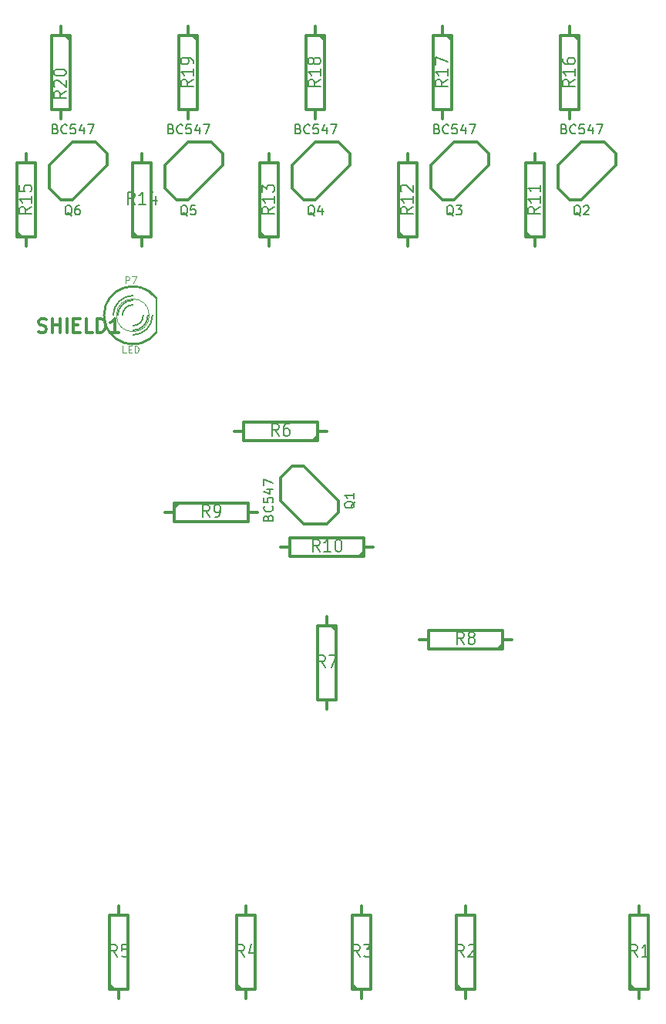
<source format=gto>
G04 (created by PCBNEW (2013-jul-07)-stable) date Fr 13 Feb 2015 15:01:28 CET*
%MOIN*%
G04 Gerber Fmt 3.4, Leading zero omitted, Abs format*
%FSLAX34Y34*%
G01*
G70*
G90*
G04 APERTURE LIST*
%ADD10C,0.00590551*%
%ADD11C,0.012*%
%ADD12C,0.008*%
%ADD13C,0.003*%
%ADD14C,0.01*%
%ADD15C,0.006*%
%ADD16C,0.0035*%
G04 APERTURE END LIST*
G54D10*
G54D11*
X74500Y-68000D02*
X73000Y-66500D01*
X73000Y-66500D02*
X72500Y-66500D01*
X72500Y-66500D02*
X72000Y-67000D01*
X72000Y-67000D02*
X72000Y-68000D01*
X72000Y-68000D02*
X73000Y-69000D01*
X73000Y-69000D02*
X74000Y-69000D01*
X74000Y-69000D02*
X74500Y-68500D01*
X74500Y-68500D02*
X74500Y-68000D01*
X63000Y-55000D02*
X64500Y-53500D01*
X64500Y-53500D02*
X64500Y-53000D01*
X64500Y-53000D02*
X64000Y-52500D01*
X64000Y-52500D02*
X63000Y-52500D01*
X63000Y-52500D02*
X62000Y-53500D01*
X62000Y-53500D02*
X62000Y-54500D01*
X62000Y-54500D02*
X62500Y-55000D01*
X62500Y-55000D02*
X63000Y-55000D01*
X68000Y-55000D02*
X69500Y-53500D01*
X69500Y-53500D02*
X69500Y-53000D01*
X69500Y-53000D02*
X69000Y-52500D01*
X69000Y-52500D02*
X68000Y-52500D01*
X68000Y-52500D02*
X67000Y-53500D01*
X67000Y-53500D02*
X67000Y-54500D01*
X67000Y-54500D02*
X67500Y-55000D01*
X67500Y-55000D02*
X68000Y-55000D01*
X73500Y-55000D02*
X75000Y-53500D01*
X75000Y-53500D02*
X75000Y-53000D01*
X75000Y-53000D02*
X74500Y-52500D01*
X74500Y-52500D02*
X73500Y-52500D01*
X73500Y-52500D02*
X72500Y-53500D01*
X72500Y-53500D02*
X72500Y-54500D01*
X72500Y-54500D02*
X73000Y-55000D01*
X73000Y-55000D02*
X73500Y-55000D01*
X79500Y-55000D02*
X81000Y-53500D01*
X81000Y-53500D02*
X81000Y-53000D01*
X81000Y-53000D02*
X80500Y-52500D01*
X80500Y-52500D02*
X79500Y-52500D01*
X79500Y-52500D02*
X78500Y-53500D01*
X78500Y-53500D02*
X78500Y-54500D01*
X78500Y-54500D02*
X79000Y-55000D01*
X79000Y-55000D02*
X79500Y-55000D01*
X85000Y-55000D02*
X86500Y-53500D01*
X86500Y-53500D02*
X86500Y-53000D01*
X86500Y-53000D02*
X86000Y-52500D01*
X86000Y-52500D02*
X85000Y-52500D01*
X85000Y-52500D02*
X84000Y-53500D01*
X84000Y-53500D02*
X84000Y-54500D01*
X84000Y-54500D02*
X84500Y-55000D01*
X84500Y-55000D02*
X85000Y-55000D01*
X66000Y-57000D02*
X66000Y-56600D01*
X66000Y-56600D02*
X65600Y-56600D01*
X65600Y-56600D02*
X65600Y-53400D01*
X65600Y-53400D02*
X66400Y-53400D01*
X66400Y-53400D02*
X66400Y-56600D01*
X66400Y-56600D02*
X66000Y-56600D01*
X65800Y-56600D02*
X65600Y-56400D01*
X66000Y-53000D02*
X66000Y-53400D01*
X65000Y-89500D02*
X65000Y-89100D01*
X65000Y-89100D02*
X64600Y-89100D01*
X64600Y-89100D02*
X64600Y-85900D01*
X64600Y-85900D02*
X65400Y-85900D01*
X65400Y-85900D02*
X65400Y-89100D01*
X65400Y-89100D02*
X65000Y-89100D01*
X64800Y-89100D02*
X64600Y-88900D01*
X65000Y-85500D02*
X65000Y-85900D01*
X74000Y-73000D02*
X74000Y-73400D01*
X74000Y-73400D02*
X74400Y-73400D01*
X74400Y-73400D02*
X74400Y-76600D01*
X74400Y-76600D02*
X73600Y-76600D01*
X73600Y-76600D02*
X73600Y-73400D01*
X73600Y-73400D02*
X74000Y-73400D01*
X74200Y-73400D02*
X74400Y-73600D01*
X74000Y-77000D02*
X74000Y-76600D01*
X82000Y-74000D02*
X81600Y-74000D01*
X81600Y-74000D02*
X81600Y-74400D01*
X81600Y-74400D02*
X78400Y-74400D01*
X78400Y-74400D02*
X78400Y-73600D01*
X78400Y-73600D02*
X81600Y-73600D01*
X81600Y-73600D02*
X81600Y-74000D01*
X81600Y-74200D02*
X81400Y-74400D01*
X78000Y-74000D02*
X78400Y-74000D01*
X76000Y-70000D02*
X75600Y-70000D01*
X75600Y-70000D02*
X75600Y-70400D01*
X75600Y-70400D02*
X72400Y-70400D01*
X72400Y-70400D02*
X72400Y-69600D01*
X72400Y-69600D02*
X75600Y-69600D01*
X75600Y-69600D02*
X75600Y-70000D01*
X75600Y-70200D02*
X75400Y-70400D01*
X72000Y-70000D02*
X72400Y-70000D01*
X61000Y-57000D02*
X61000Y-56600D01*
X61000Y-56600D02*
X60600Y-56600D01*
X60600Y-56600D02*
X60600Y-53400D01*
X60600Y-53400D02*
X61400Y-53400D01*
X61400Y-53400D02*
X61400Y-56600D01*
X61400Y-56600D02*
X61000Y-56600D01*
X60800Y-56600D02*
X60600Y-56400D01*
X61000Y-53000D02*
X61000Y-53400D01*
X80000Y-89500D02*
X80000Y-89100D01*
X80000Y-89100D02*
X79600Y-89100D01*
X79600Y-89100D02*
X79600Y-85900D01*
X79600Y-85900D02*
X80400Y-85900D01*
X80400Y-85900D02*
X80400Y-89100D01*
X80400Y-89100D02*
X80000Y-89100D01*
X79800Y-89100D02*
X79600Y-88900D01*
X80000Y-85500D02*
X80000Y-85900D01*
X71500Y-57000D02*
X71500Y-56600D01*
X71500Y-56600D02*
X71100Y-56600D01*
X71100Y-56600D02*
X71100Y-53400D01*
X71100Y-53400D02*
X71900Y-53400D01*
X71900Y-53400D02*
X71900Y-56600D01*
X71900Y-56600D02*
X71500Y-56600D01*
X71300Y-56600D02*
X71100Y-56400D01*
X71500Y-53000D02*
X71500Y-53400D01*
X77500Y-57000D02*
X77500Y-56600D01*
X77500Y-56600D02*
X77100Y-56600D01*
X77100Y-56600D02*
X77100Y-53400D01*
X77100Y-53400D02*
X77900Y-53400D01*
X77900Y-53400D02*
X77900Y-56600D01*
X77900Y-56600D02*
X77500Y-56600D01*
X77300Y-56600D02*
X77100Y-56400D01*
X77500Y-53000D02*
X77500Y-53400D01*
X83000Y-57000D02*
X83000Y-56600D01*
X83000Y-56600D02*
X82600Y-56600D01*
X82600Y-56600D02*
X82600Y-53400D01*
X82600Y-53400D02*
X83400Y-53400D01*
X83400Y-53400D02*
X83400Y-56600D01*
X83400Y-56600D02*
X83000Y-56600D01*
X82800Y-56600D02*
X82600Y-56400D01*
X83000Y-53000D02*
X83000Y-53400D01*
X74000Y-65000D02*
X73600Y-65000D01*
X73600Y-65000D02*
X73600Y-65400D01*
X73600Y-65400D02*
X70400Y-65400D01*
X70400Y-65400D02*
X70400Y-64600D01*
X70400Y-64600D02*
X73600Y-64600D01*
X73600Y-64600D02*
X73600Y-65000D01*
X73600Y-65200D02*
X73400Y-65400D01*
X70000Y-65000D02*
X70400Y-65000D01*
X84500Y-47500D02*
X84500Y-47900D01*
X84500Y-47900D02*
X84900Y-47900D01*
X84900Y-47900D02*
X84900Y-51100D01*
X84900Y-51100D02*
X84100Y-51100D01*
X84100Y-51100D02*
X84100Y-47900D01*
X84100Y-47900D02*
X84500Y-47900D01*
X84700Y-47900D02*
X84900Y-48100D01*
X84500Y-51500D02*
X84500Y-51100D01*
X79000Y-47500D02*
X79000Y-47900D01*
X79000Y-47900D02*
X79400Y-47900D01*
X79400Y-47900D02*
X79400Y-51100D01*
X79400Y-51100D02*
X78600Y-51100D01*
X78600Y-51100D02*
X78600Y-47900D01*
X78600Y-47900D02*
X79000Y-47900D01*
X79200Y-47900D02*
X79400Y-48100D01*
X79000Y-51500D02*
X79000Y-51100D01*
X73500Y-47500D02*
X73500Y-47900D01*
X73500Y-47900D02*
X73900Y-47900D01*
X73900Y-47900D02*
X73900Y-51100D01*
X73900Y-51100D02*
X73100Y-51100D01*
X73100Y-51100D02*
X73100Y-47900D01*
X73100Y-47900D02*
X73500Y-47900D01*
X73700Y-47900D02*
X73900Y-48100D01*
X73500Y-51500D02*
X73500Y-51100D01*
X68000Y-47500D02*
X68000Y-47900D01*
X68000Y-47900D02*
X68400Y-47900D01*
X68400Y-47900D02*
X68400Y-51100D01*
X68400Y-51100D02*
X67600Y-51100D01*
X67600Y-51100D02*
X67600Y-47900D01*
X67600Y-47900D02*
X68000Y-47900D01*
X68200Y-47900D02*
X68400Y-48100D01*
X68000Y-51500D02*
X68000Y-51100D01*
X62500Y-47500D02*
X62500Y-47900D01*
X62500Y-47900D02*
X62900Y-47900D01*
X62900Y-47900D02*
X62900Y-51100D01*
X62900Y-51100D02*
X62100Y-51100D01*
X62100Y-51100D02*
X62100Y-47900D01*
X62100Y-47900D02*
X62500Y-47900D01*
X62700Y-47900D02*
X62900Y-48100D01*
X62500Y-51500D02*
X62500Y-51100D01*
X67000Y-68500D02*
X67400Y-68500D01*
X67400Y-68500D02*
X67400Y-68100D01*
X67400Y-68100D02*
X70600Y-68100D01*
X70600Y-68100D02*
X70600Y-68900D01*
X70600Y-68900D02*
X67400Y-68900D01*
X67400Y-68900D02*
X67400Y-68500D01*
X67400Y-68300D02*
X67600Y-68100D01*
X71000Y-68500D02*
X70600Y-68500D01*
X75500Y-89500D02*
X75500Y-89100D01*
X75500Y-89100D02*
X75100Y-89100D01*
X75100Y-89100D02*
X75100Y-85900D01*
X75100Y-85900D02*
X75900Y-85900D01*
X75900Y-85900D02*
X75900Y-89100D01*
X75900Y-89100D02*
X75500Y-89100D01*
X75300Y-89100D02*
X75100Y-88900D01*
X75500Y-85500D02*
X75500Y-85900D01*
X70500Y-89500D02*
X70500Y-89100D01*
X70500Y-89100D02*
X70100Y-89100D01*
X70100Y-89100D02*
X70100Y-85900D01*
X70100Y-85900D02*
X70900Y-85900D01*
X70900Y-85900D02*
X70900Y-89100D01*
X70900Y-89100D02*
X70500Y-89100D01*
X70300Y-89100D02*
X70100Y-88900D01*
X70500Y-85500D02*
X70500Y-85900D01*
X87500Y-89500D02*
X87500Y-89100D01*
X87500Y-89100D02*
X87100Y-89100D01*
X87100Y-89100D02*
X87100Y-85900D01*
X87100Y-85900D02*
X87900Y-85900D01*
X87900Y-85900D02*
X87900Y-89100D01*
X87900Y-89100D02*
X87500Y-89100D01*
X87300Y-89100D02*
X87100Y-88900D01*
X87500Y-85500D02*
X87500Y-85900D01*
G54D12*
X66620Y-60750D02*
X66620Y-59250D01*
G54D13*
X66307Y-60000D02*
G75*
G03X66307Y-60000I-707J0D01*
G74*
G01*
G54D14*
X66599Y-59249D02*
G75*
G03X66599Y-60750I-999J-750D01*
G74*
G01*
G54D15*
X65600Y-59550D02*
G75*
G03X65150Y-60000I0J-450D01*
G74*
G01*
X65600Y-60450D02*
G75*
G03X66050Y-60000I0J450D01*
G74*
G01*
X65600Y-59350D02*
G75*
G03X64950Y-60000I0J-650D01*
G74*
G01*
X65600Y-60650D02*
G75*
G03X66250Y-60000I0J650D01*
G74*
G01*
X65600Y-59150D02*
G75*
G03X64750Y-60000I0J-850D01*
G74*
G01*
X65600Y-60850D02*
G75*
G03X66450Y-60000I0J850D01*
G74*
G01*
G54D12*
X75200Y-68038D02*
X75180Y-68076D01*
X75142Y-68114D01*
X75085Y-68171D01*
X75066Y-68209D01*
X75066Y-68247D01*
X75161Y-68228D02*
X75142Y-68266D01*
X75104Y-68304D01*
X75028Y-68323D01*
X74895Y-68323D01*
X74819Y-68304D01*
X74780Y-68266D01*
X74761Y-68228D01*
X74761Y-68152D01*
X74780Y-68114D01*
X74819Y-68076D01*
X74895Y-68057D01*
X75028Y-68057D01*
X75104Y-68076D01*
X75142Y-68114D01*
X75161Y-68152D01*
X75161Y-68228D01*
X75161Y-67676D02*
X75161Y-67904D01*
X75161Y-67790D02*
X74761Y-67790D01*
X74819Y-67828D01*
X74857Y-67866D01*
X74876Y-67904D01*
X71452Y-68742D02*
X71471Y-68685D01*
X71490Y-68666D01*
X71528Y-68647D01*
X71585Y-68647D01*
X71623Y-68666D01*
X71642Y-68685D01*
X71661Y-68723D01*
X71661Y-68876D01*
X71261Y-68876D01*
X71261Y-68742D01*
X71280Y-68704D01*
X71300Y-68685D01*
X71338Y-68666D01*
X71376Y-68666D01*
X71414Y-68685D01*
X71433Y-68704D01*
X71452Y-68742D01*
X71452Y-68876D01*
X71623Y-68247D02*
X71642Y-68266D01*
X71661Y-68323D01*
X71661Y-68361D01*
X71642Y-68419D01*
X71604Y-68457D01*
X71566Y-68476D01*
X71490Y-68495D01*
X71433Y-68495D01*
X71357Y-68476D01*
X71319Y-68457D01*
X71280Y-68419D01*
X71261Y-68361D01*
X71261Y-68323D01*
X71280Y-68266D01*
X71300Y-68247D01*
X71261Y-67885D02*
X71261Y-68076D01*
X71452Y-68095D01*
X71433Y-68076D01*
X71414Y-68038D01*
X71414Y-67942D01*
X71433Y-67904D01*
X71452Y-67885D01*
X71490Y-67866D01*
X71585Y-67866D01*
X71623Y-67885D01*
X71642Y-67904D01*
X71661Y-67942D01*
X71661Y-68038D01*
X71642Y-68076D01*
X71623Y-68095D01*
X71395Y-67523D02*
X71661Y-67523D01*
X71242Y-67619D02*
X71528Y-67714D01*
X71528Y-67466D01*
X71261Y-67352D02*
X71261Y-67085D01*
X71661Y-67257D01*
X62961Y-55700D02*
X62923Y-55680D01*
X62885Y-55642D01*
X62828Y-55585D01*
X62790Y-55566D01*
X62752Y-55566D01*
X62771Y-55661D02*
X62733Y-55642D01*
X62695Y-55604D01*
X62676Y-55528D01*
X62676Y-55395D01*
X62695Y-55319D01*
X62733Y-55280D01*
X62771Y-55261D01*
X62847Y-55261D01*
X62885Y-55280D01*
X62923Y-55319D01*
X62942Y-55395D01*
X62942Y-55528D01*
X62923Y-55604D01*
X62885Y-55642D01*
X62847Y-55661D01*
X62771Y-55661D01*
X63285Y-55261D02*
X63209Y-55261D01*
X63171Y-55280D01*
X63152Y-55300D01*
X63114Y-55357D01*
X63095Y-55433D01*
X63095Y-55585D01*
X63114Y-55623D01*
X63133Y-55642D01*
X63171Y-55661D01*
X63247Y-55661D01*
X63285Y-55642D01*
X63304Y-55623D01*
X63323Y-55585D01*
X63323Y-55490D01*
X63304Y-55452D01*
X63285Y-55433D01*
X63247Y-55414D01*
X63171Y-55414D01*
X63133Y-55433D01*
X63114Y-55452D01*
X63095Y-55490D01*
X62257Y-51952D02*
X62314Y-51971D01*
X62333Y-51990D01*
X62352Y-52028D01*
X62352Y-52085D01*
X62333Y-52123D01*
X62314Y-52142D01*
X62276Y-52161D01*
X62123Y-52161D01*
X62123Y-51761D01*
X62257Y-51761D01*
X62295Y-51780D01*
X62314Y-51800D01*
X62333Y-51838D01*
X62333Y-51876D01*
X62314Y-51914D01*
X62295Y-51933D01*
X62257Y-51952D01*
X62123Y-51952D01*
X62752Y-52123D02*
X62733Y-52142D01*
X62676Y-52161D01*
X62638Y-52161D01*
X62580Y-52142D01*
X62542Y-52104D01*
X62523Y-52066D01*
X62504Y-51990D01*
X62504Y-51933D01*
X62523Y-51857D01*
X62542Y-51819D01*
X62580Y-51780D01*
X62638Y-51761D01*
X62676Y-51761D01*
X62733Y-51780D01*
X62752Y-51800D01*
X63114Y-51761D02*
X62923Y-51761D01*
X62904Y-51952D01*
X62923Y-51933D01*
X62961Y-51914D01*
X63057Y-51914D01*
X63095Y-51933D01*
X63114Y-51952D01*
X63133Y-51990D01*
X63133Y-52085D01*
X63114Y-52123D01*
X63095Y-52142D01*
X63057Y-52161D01*
X62961Y-52161D01*
X62923Y-52142D01*
X62904Y-52123D01*
X63476Y-51895D02*
X63476Y-52161D01*
X63380Y-51742D02*
X63285Y-52028D01*
X63533Y-52028D01*
X63647Y-51761D02*
X63914Y-51761D01*
X63742Y-52161D01*
X67961Y-55700D02*
X67923Y-55680D01*
X67885Y-55642D01*
X67828Y-55585D01*
X67790Y-55566D01*
X67752Y-55566D01*
X67771Y-55661D02*
X67733Y-55642D01*
X67695Y-55604D01*
X67676Y-55528D01*
X67676Y-55395D01*
X67695Y-55319D01*
X67733Y-55280D01*
X67771Y-55261D01*
X67847Y-55261D01*
X67885Y-55280D01*
X67923Y-55319D01*
X67942Y-55395D01*
X67942Y-55528D01*
X67923Y-55604D01*
X67885Y-55642D01*
X67847Y-55661D01*
X67771Y-55661D01*
X68304Y-55261D02*
X68114Y-55261D01*
X68095Y-55452D01*
X68114Y-55433D01*
X68152Y-55414D01*
X68247Y-55414D01*
X68285Y-55433D01*
X68304Y-55452D01*
X68323Y-55490D01*
X68323Y-55585D01*
X68304Y-55623D01*
X68285Y-55642D01*
X68247Y-55661D01*
X68152Y-55661D01*
X68114Y-55642D01*
X68095Y-55623D01*
X67257Y-51952D02*
X67314Y-51971D01*
X67333Y-51990D01*
X67352Y-52028D01*
X67352Y-52085D01*
X67333Y-52123D01*
X67314Y-52142D01*
X67276Y-52161D01*
X67123Y-52161D01*
X67123Y-51761D01*
X67257Y-51761D01*
X67295Y-51780D01*
X67314Y-51800D01*
X67333Y-51838D01*
X67333Y-51876D01*
X67314Y-51914D01*
X67295Y-51933D01*
X67257Y-51952D01*
X67123Y-51952D01*
X67752Y-52123D02*
X67733Y-52142D01*
X67676Y-52161D01*
X67638Y-52161D01*
X67580Y-52142D01*
X67542Y-52104D01*
X67523Y-52066D01*
X67504Y-51990D01*
X67504Y-51933D01*
X67523Y-51857D01*
X67542Y-51819D01*
X67580Y-51780D01*
X67638Y-51761D01*
X67676Y-51761D01*
X67733Y-51780D01*
X67752Y-51800D01*
X68114Y-51761D02*
X67923Y-51761D01*
X67904Y-51952D01*
X67923Y-51933D01*
X67961Y-51914D01*
X68057Y-51914D01*
X68095Y-51933D01*
X68114Y-51952D01*
X68133Y-51990D01*
X68133Y-52085D01*
X68114Y-52123D01*
X68095Y-52142D01*
X68057Y-52161D01*
X67961Y-52161D01*
X67923Y-52142D01*
X67904Y-52123D01*
X68476Y-51895D02*
X68476Y-52161D01*
X68380Y-51742D02*
X68285Y-52028D01*
X68533Y-52028D01*
X68647Y-51761D02*
X68914Y-51761D01*
X68742Y-52161D01*
X73461Y-55700D02*
X73423Y-55680D01*
X73385Y-55642D01*
X73328Y-55585D01*
X73290Y-55566D01*
X73252Y-55566D01*
X73271Y-55661D02*
X73233Y-55642D01*
X73195Y-55604D01*
X73176Y-55528D01*
X73176Y-55395D01*
X73195Y-55319D01*
X73233Y-55280D01*
X73271Y-55261D01*
X73347Y-55261D01*
X73385Y-55280D01*
X73423Y-55319D01*
X73442Y-55395D01*
X73442Y-55528D01*
X73423Y-55604D01*
X73385Y-55642D01*
X73347Y-55661D01*
X73271Y-55661D01*
X73785Y-55395D02*
X73785Y-55661D01*
X73690Y-55242D02*
X73595Y-55528D01*
X73842Y-55528D01*
X72757Y-51952D02*
X72814Y-51971D01*
X72833Y-51990D01*
X72852Y-52028D01*
X72852Y-52085D01*
X72833Y-52123D01*
X72814Y-52142D01*
X72776Y-52161D01*
X72623Y-52161D01*
X72623Y-51761D01*
X72757Y-51761D01*
X72795Y-51780D01*
X72814Y-51800D01*
X72833Y-51838D01*
X72833Y-51876D01*
X72814Y-51914D01*
X72795Y-51933D01*
X72757Y-51952D01*
X72623Y-51952D01*
X73252Y-52123D02*
X73233Y-52142D01*
X73176Y-52161D01*
X73138Y-52161D01*
X73080Y-52142D01*
X73042Y-52104D01*
X73023Y-52066D01*
X73004Y-51990D01*
X73004Y-51933D01*
X73023Y-51857D01*
X73042Y-51819D01*
X73080Y-51780D01*
X73138Y-51761D01*
X73176Y-51761D01*
X73233Y-51780D01*
X73252Y-51800D01*
X73614Y-51761D02*
X73423Y-51761D01*
X73404Y-51952D01*
X73423Y-51933D01*
X73461Y-51914D01*
X73557Y-51914D01*
X73595Y-51933D01*
X73614Y-51952D01*
X73633Y-51990D01*
X73633Y-52085D01*
X73614Y-52123D01*
X73595Y-52142D01*
X73557Y-52161D01*
X73461Y-52161D01*
X73423Y-52142D01*
X73404Y-52123D01*
X73976Y-51895D02*
X73976Y-52161D01*
X73880Y-51742D02*
X73785Y-52028D01*
X74033Y-52028D01*
X74147Y-51761D02*
X74414Y-51761D01*
X74242Y-52161D01*
X79461Y-55700D02*
X79423Y-55680D01*
X79385Y-55642D01*
X79328Y-55585D01*
X79290Y-55566D01*
X79252Y-55566D01*
X79271Y-55661D02*
X79233Y-55642D01*
X79195Y-55604D01*
X79176Y-55528D01*
X79176Y-55395D01*
X79195Y-55319D01*
X79233Y-55280D01*
X79271Y-55261D01*
X79347Y-55261D01*
X79385Y-55280D01*
X79423Y-55319D01*
X79442Y-55395D01*
X79442Y-55528D01*
X79423Y-55604D01*
X79385Y-55642D01*
X79347Y-55661D01*
X79271Y-55661D01*
X79576Y-55261D02*
X79823Y-55261D01*
X79690Y-55414D01*
X79747Y-55414D01*
X79785Y-55433D01*
X79804Y-55452D01*
X79823Y-55490D01*
X79823Y-55585D01*
X79804Y-55623D01*
X79785Y-55642D01*
X79747Y-55661D01*
X79633Y-55661D01*
X79595Y-55642D01*
X79576Y-55623D01*
X78757Y-51952D02*
X78814Y-51971D01*
X78833Y-51990D01*
X78852Y-52028D01*
X78852Y-52085D01*
X78833Y-52123D01*
X78814Y-52142D01*
X78776Y-52161D01*
X78623Y-52161D01*
X78623Y-51761D01*
X78757Y-51761D01*
X78795Y-51780D01*
X78814Y-51800D01*
X78833Y-51838D01*
X78833Y-51876D01*
X78814Y-51914D01*
X78795Y-51933D01*
X78757Y-51952D01*
X78623Y-51952D01*
X79252Y-52123D02*
X79233Y-52142D01*
X79176Y-52161D01*
X79138Y-52161D01*
X79080Y-52142D01*
X79042Y-52104D01*
X79023Y-52066D01*
X79004Y-51990D01*
X79004Y-51933D01*
X79023Y-51857D01*
X79042Y-51819D01*
X79080Y-51780D01*
X79138Y-51761D01*
X79176Y-51761D01*
X79233Y-51780D01*
X79252Y-51800D01*
X79614Y-51761D02*
X79423Y-51761D01*
X79404Y-51952D01*
X79423Y-51933D01*
X79461Y-51914D01*
X79557Y-51914D01*
X79595Y-51933D01*
X79614Y-51952D01*
X79633Y-51990D01*
X79633Y-52085D01*
X79614Y-52123D01*
X79595Y-52142D01*
X79557Y-52161D01*
X79461Y-52161D01*
X79423Y-52142D01*
X79404Y-52123D01*
X79976Y-51895D02*
X79976Y-52161D01*
X79880Y-51742D02*
X79785Y-52028D01*
X80033Y-52028D01*
X80147Y-51761D02*
X80414Y-51761D01*
X80242Y-52161D01*
X84961Y-55700D02*
X84923Y-55680D01*
X84885Y-55642D01*
X84828Y-55585D01*
X84790Y-55566D01*
X84752Y-55566D01*
X84771Y-55661D02*
X84733Y-55642D01*
X84695Y-55604D01*
X84676Y-55528D01*
X84676Y-55395D01*
X84695Y-55319D01*
X84733Y-55280D01*
X84771Y-55261D01*
X84847Y-55261D01*
X84885Y-55280D01*
X84923Y-55319D01*
X84942Y-55395D01*
X84942Y-55528D01*
X84923Y-55604D01*
X84885Y-55642D01*
X84847Y-55661D01*
X84771Y-55661D01*
X85095Y-55300D02*
X85114Y-55280D01*
X85152Y-55261D01*
X85247Y-55261D01*
X85285Y-55280D01*
X85304Y-55300D01*
X85323Y-55338D01*
X85323Y-55376D01*
X85304Y-55433D01*
X85076Y-55661D01*
X85323Y-55661D01*
X84257Y-51952D02*
X84314Y-51971D01*
X84333Y-51990D01*
X84352Y-52028D01*
X84352Y-52085D01*
X84333Y-52123D01*
X84314Y-52142D01*
X84276Y-52161D01*
X84123Y-52161D01*
X84123Y-51761D01*
X84257Y-51761D01*
X84295Y-51780D01*
X84314Y-51800D01*
X84333Y-51838D01*
X84333Y-51876D01*
X84314Y-51914D01*
X84295Y-51933D01*
X84257Y-51952D01*
X84123Y-51952D01*
X84752Y-52123D02*
X84733Y-52142D01*
X84676Y-52161D01*
X84638Y-52161D01*
X84580Y-52142D01*
X84542Y-52104D01*
X84523Y-52066D01*
X84504Y-51990D01*
X84504Y-51933D01*
X84523Y-51857D01*
X84542Y-51819D01*
X84580Y-51780D01*
X84638Y-51761D01*
X84676Y-51761D01*
X84733Y-51780D01*
X84752Y-51800D01*
X85114Y-51761D02*
X84923Y-51761D01*
X84904Y-51952D01*
X84923Y-51933D01*
X84961Y-51914D01*
X85057Y-51914D01*
X85095Y-51933D01*
X85114Y-51952D01*
X85133Y-51990D01*
X85133Y-52085D01*
X85114Y-52123D01*
X85095Y-52142D01*
X85057Y-52161D01*
X84961Y-52161D01*
X84923Y-52142D01*
X84904Y-52123D01*
X85476Y-51895D02*
X85476Y-52161D01*
X85380Y-51742D02*
X85285Y-52028D01*
X85533Y-52028D01*
X85647Y-51761D02*
X85914Y-51761D01*
X85742Y-52161D01*
X65678Y-55222D02*
X65511Y-54960D01*
X65392Y-55222D02*
X65392Y-54672D01*
X65583Y-54672D01*
X65630Y-54698D01*
X65654Y-54725D01*
X65678Y-54777D01*
X65678Y-54855D01*
X65654Y-54908D01*
X65630Y-54934D01*
X65583Y-54960D01*
X65392Y-54960D01*
X66154Y-55222D02*
X65869Y-55222D01*
X66011Y-55222D02*
X66011Y-54672D01*
X65964Y-54751D01*
X65916Y-54803D01*
X65869Y-54829D01*
X66583Y-54855D02*
X66583Y-55222D01*
X66464Y-54646D02*
X66345Y-55039D01*
X66654Y-55039D01*
X64916Y-87722D02*
X64750Y-87460D01*
X64630Y-87722D02*
X64630Y-87172D01*
X64821Y-87172D01*
X64869Y-87198D01*
X64892Y-87225D01*
X64916Y-87277D01*
X64916Y-87355D01*
X64892Y-87408D01*
X64869Y-87434D01*
X64821Y-87460D01*
X64630Y-87460D01*
X65369Y-87172D02*
X65130Y-87172D01*
X65107Y-87434D01*
X65130Y-87408D01*
X65178Y-87382D01*
X65297Y-87382D01*
X65345Y-87408D01*
X65369Y-87434D01*
X65392Y-87486D01*
X65392Y-87617D01*
X65369Y-87670D01*
X65345Y-87696D01*
X65297Y-87722D01*
X65178Y-87722D01*
X65130Y-87696D01*
X65107Y-87670D01*
X73916Y-75222D02*
X73750Y-74960D01*
X73630Y-75222D02*
X73630Y-74672D01*
X73821Y-74672D01*
X73869Y-74698D01*
X73892Y-74725D01*
X73916Y-74777D01*
X73916Y-74855D01*
X73892Y-74908D01*
X73869Y-74934D01*
X73821Y-74960D01*
X73630Y-74960D01*
X74083Y-74672D02*
X74416Y-74672D01*
X74202Y-75222D01*
X79916Y-74222D02*
X79750Y-73960D01*
X79630Y-74222D02*
X79630Y-73672D01*
X79821Y-73672D01*
X79869Y-73698D01*
X79892Y-73725D01*
X79916Y-73777D01*
X79916Y-73855D01*
X79892Y-73908D01*
X79869Y-73934D01*
X79821Y-73960D01*
X79630Y-73960D01*
X80202Y-73908D02*
X80154Y-73882D01*
X80130Y-73855D01*
X80107Y-73803D01*
X80107Y-73777D01*
X80130Y-73725D01*
X80154Y-73698D01*
X80202Y-73672D01*
X80297Y-73672D01*
X80345Y-73698D01*
X80369Y-73725D01*
X80392Y-73777D01*
X80392Y-73803D01*
X80369Y-73855D01*
X80345Y-73882D01*
X80297Y-73908D01*
X80202Y-73908D01*
X80154Y-73934D01*
X80130Y-73960D01*
X80107Y-74013D01*
X80107Y-74117D01*
X80130Y-74170D01*
X80154Y-74196D01*
X80202Y-74222D01*
X80297Y-74222D01*
X80345Y-74196D01*
X80369Y-74170D01*
X80392Y-74117D01*
X80392Y-74013D01*
X80369Y-73960D01*
X80345Y-73934D01*
X80297Y-73908D01*
X73678Y-70222D02*
X73511Y-69960D01*
X73392Y-70222D02*
X73392Y-69672D01*
X73583Y-69672D01*
X73630Y-69698D01*
X73654Y-69725D01*
X73678Y-69777D01*
X73678Y-69855D01*
X73654Y-69908D01*
X73630Y-69934D01*
X73583Y-69960D01*
X73392Y-69960D01*
X74154Y-70222D02*
X73869Y-70222D01*
X74011Y-70222D02*
X74011Y-69672D01*
X73964Y-69751D01*
X73916Y-69803D01*
X73869Y-69829D01*
X74464Y-69672D02*
X74511Y-69672D01*
X74559Y-69698D01*
X74583Y-69725D01*
X74607Y-69777D01*
X74630Y-69882D01*
X74630Y-70013D01*
X74607Y-70117D01*
X74583Y-70170D01*
X74559Y-70196D01*
X74511Y-70222D01*
X74464Y-70222D01*
X74416Y-70196D01*
X74392Y-70170D01*
X74369Y-70117D01*
X74345Y-70013D01*
X74345Y-69882D01*
X74369Y-69777D01*
X74392Y-69725D01*
X74416Y-69698D01*
X74464Y-69672D01*
X61222Y-55321D02*
X60960Y-55488D01*
X61222Y-55607D02*
X60672Y-55607D01*
X60672Y-55416D01*
X60698Y-55369D01*
X60725Y-55345D01*
X60777Y-55321D01*
X60855Y-55321D01*
X60908Y-55345D01*
X60934Y-55369D01*
X60960Y-55416D01*
X60960Y-55607D01*
X61222Y-54845D02*
X61222Y-55130D01*
X61222Y-54988D02*
X60672Y-54988D01*
X60751Y-55035D01*
X60803Y-55083D01*
X60829Y-55130D01*
X60672Y-54392D02*
X60672Y-54630D01*
X60934Y-54654D01*
X60908Y-54630D01*
X60882Y-54583D01*
X60882Y-54464D01*
X60908Y-54416D01*
X60934Y-54392D01*
X60986Y-54369D01*
X61117Y-54369D01*
X61170Y-54392D01*
X61196Y-54416D01*
X61222Y-54464D01*
X61222Y-54583D01*
X61196Y-54630D01*
X61170Y-54654D01*
X79916Y-87722D02*
X79750Y-87460D01*
X79630Y-87722D02*
X79630Y-87172D01*
X79821Y-87172D01*
X79869Y-87198D01*
X79892Y-87225D01*
X79916Y-87277D01*
X79916Y-87355D01*
X79892Y-87408D01*
X79869Y-87434D01*
X79821Y-87460D01*
X79630Y-87460D01*
X80107Y-87225D02*
X80130Y-87198D01*
X80178Y-87172D01*
X80297Y-87172D01*
X80345Y-87198D01*
X80369Y-87225D01*
X80392Y-87277D01*
X80392Y-87329D01*
X80369Y-87408D01*
X80083Y-87722D01*
X80392Y-87722D01*
X71722Y-55321D02*
X71460Y-55488D01*
X71722Y-55607D02*
X71172Y-55607D01*
X71172Y-55416D01*
X71198Y-55369D01*
X71225Y-55345D01*
X71277Y-55321D01*
X71355Y-55321D01*
X71408Y-55345D01*
X71434Y-55369D01*
X71460Y-55416D01*
X71460Y-55607D01*
X71722Y-54845D02*
X71722Y-55130D01*
X71722Y-54988D02*
X71172Y-54988D01*
X71251Y-55035D01*
X71303Y-55083D01*
X71329Y-55130D01*
X71172Y-54678D02*
X71172Y-54369D01*
X71382Y-54535D01*
X71382Y-54464D01*
X71408Y-54416D01*
X71434Y-54392D01*
X71486Y-54369D01*
X71617Y-54369D01*
X71670Y-54392D01*
X71696Y-54416D01*
X71722Y-54464D01*
X71722Y-54607D01*
X71696Y-54654D01*
X71670Y-54678D01*
X77722Y-55321D02*
X77460Y-55488D01*
X77722Y-55607D02*
X77172Y-55607D01*
X77172Y-55416D01*
X77198Y-55369D01*
X77225Y-55345D01*
X77277Y-55321D01*
X77355Y-55321D01*
X77408Y-55345D01*
X77434Y-55369D01*
X77460Y-55416D01*
X77460Y-55607D01*
X77722Y-54845D02*
X77722Y-55130D01*
X77722Y-54988D02*
X77172Y-54988D01*
X77251Y-55035D01*
X77303Y-55083D01*
X77329Y-55130D01*
X77225Y-54654D02*
X77198Y-54630D01*
X77172Y-54583D01*
X77172Y-54464D01*
X77198Y-54416D01*
X77225Y-54392D01*
X77277Y-54369D01*
X77329Y-54369D01*
X77408Y-54392D01*
X77722Y-54678D01*
X77722Y-54369D01*
X83222Y-55321D02*
X82960Y-55488D01*
X83222Y-55607D02*
X82672Y-55607D01*
X82672Y-55416D01*
X82698Y-55369D01*
X82725Y-55345D01*
X82777Y-55321D01*
X82855Y-55321D01*
X82908Y-55345D01*
X82934Y-55369D01*
X82960Y-55416D01*
X82960Y-55607D01*
X83222Y-54845D02*
X83222Y-55130D01*
X83222Y-54988D02*
X82672Y-54988D01*
X82751Y-55035D01*
X82803Y-55083D01*
X82829Y-55130D01*
X83222Y-54369D02*
X83222Y-54654D01*
X83222Y-54511D02*
X82672Y-54511D01*
X82751Y-54559D01*
X82803Y-54607D01*
X82829Y-54654D01*
X71916Y-65222D02*
X71750Y-64960D01*
X71630Y-65222D02*
X71630Y-64672D01*
X71821Y-64672D01*
X71869Y-64698D01*
X71892Y-64725D01*
X71916Y-64777D01*
X71916Y-64855D01*
X71892Y-64908D01*
X71869Y-64934D01*
X71821Y-64960D01*
X71630Y-64960D01*
X72345Y-64672D02*
X72250Y-64672D01*
X72202Y-64698D01*
X72178Y-64725D01*
X72130Y-64803D01*
X72107Y-64908D01*
X72107Y-65117D01*
X72130Y-65170D01*
X72154Y-65196D01*
X72202Y-65222D01*
X72297Y-65222D01*
X72345Y-65196D01*
X72369Y-65170D01*
X72392Y-65117D01*
X72392Y-64986D01*
X72369Y-64934D01*
X72345Y-64908D01*
X72297Y-64882D01*
X72202Y-64882D01*
X72154Y-64908D01*
X72130Y-64934D01*
X72107Y-64986D01*
X84722Y-49821D02*
X84460Y-49988D01*
X84722Y-50107D02*
X84172Y-50107D01*
X84172Y-49916D01*
X84198Y-49869D01*
X84225Y-49845D01*
X84277Y-49821D01*
X84355Y-49821D01*
X84408Y-49845D01*
X84434Y-49869D01*
X84460Y-49916D01*
X84460Y-50107D01*
X84722Y-49345D02*
X84722Y-49630D01*
X84722Y-49488D02*
X84172Y-49488D01*
X84251Y-49535D01*
X84303Y-49583D01*
X84329Y-49630D01*
X84172Y-48916D02*
X84172Y-49011D01*
X84198Y-49059D01*
X84225Y-49083D01*
X84303Y-49130D01*
X84408Y-49154D01*
X84617Y-49154D01*
X84670Y-49130D01*
X84696Y-49107D01*
X84722Y-49059D01*
X84722Y-48964D01*
X84696Y-48916D01*
X84670Y-48892D01*
X84617Y-48869D01*
X84486Y-48869D01*
X84434Y-48892D01*
X84408Y-48916D01*
X84382Y-48964D01*
X84382Y-49059D01*
X84408Y-49107D01*
X84434Y-49130D01*
X84486Y-49154D01*
X79222Y-49821D02*
X78960Y-49988D01*
X79222Y-50107D02*
X78672Y-50107D01*
X78672Y-49916D01*
X78698Y-49869D01*
X78725Y-49845D01*
X78777Y-49821D01*
X78855Y-49821D01*
X78908Y-49845D01*
X78934Y-49869D01*
X78960Y-49916D01*
X78960Y-50107D01*
X79222Y-49345D02*
X79222Y-49630D01*
X79222Y-49488D02*
X78672Y-49488D01*
X78751Y-49535D01*
X78803Y-49583D01*
X78829Y-49630D01*
X78672Y-49178D02*
X78672Y-48845D01*
X79222Y-49059D01*
X73722Y-49821D02*
X73460Y-49988D01*
X73722Y-50107D02*
X73172Y-50107D01*
X73172Y-49916D01*
X73198Y-49869D01*
X73225Y-49845D01*
X73277Y-49821D01*
X73355Y-49821D01*
X73408Y-49845D01*
X73434Y-49869D01*
X73460Y-49916D01*
X73460Y-50107D01*
X73722Y-49345D02*
X73722Y-49630D01*
X73722Y-49488D02*
X73172Y-49488D01*
X73251Y-49535D01*
X73303Y-49583D01*
X73329Y-49630D01*
X73408Y-49059D02*
X73382Y-49107D01*
X73355Y-49130D01*
X73303Y-49154D01*
X73277Y-49154D01*
X73225Y-49130D01*
X73198Y-49107D01*
X73172Y-49059D01*
X73172Y-48964D01*
X73198Y-48916D01*
X73225Y-48892D01*
X73277Y-48869D01*
X73303Y-48869D01*
X73355Y-48892D01*
X73382Y-48916D01*
X73408Y-48964D01*
X73408Y-49059D01*
X73434Y-49107D01*
X73460Y-49130D01*
X73513Y-49154D01*
X73617Y-49154D01*
X73670Y-49130D01*
X73696Y-49107D01*
X73722Y-49059D01*
X73722Y-48964D01*
X73696Y-48916D01*
X73670Y-48892D01*
X73617Y-48869D01*
X73513Y-48869D01*
X73460Y-48892D01*
X73434Y-48916D01*
X73408Y-48964D01*
X68222Y-49821D02*
X67960Y-49988D01*
X68222Y-50107D02*
X67672Y-50107D01*
X67672Y-49916D01*
X67698Y-49869D01*
X67725Y-49845D01*
X67777Y-49821D01*
X67855Y-49821D01*
X67908Y-49845D01*
X67934Y-49869D01*
X67960Y-49916D01*
X67960Y-50107D01*
X68222Y-49345D02*
X68222Y-49630D01*
X68222Y-49488D02*
X67672Y-49488D01*
X67751Y-49535D01*
X67803Y-49583D01*
X67829Y-49630D01*
X68222Y-49107D02*
X68222Y-49011D01*
X68196Y-48964D01*
X68170Y-48940D01*
X68091Y-48892D01*
X67986Y-48869D01*
X67777Y-48869D01*
X67725Y-48892D01*
X67698Y-48916D01*
X67672Y-48964D01*
X67672Y-49059D01*
X67698Y-49107D01*
X67725Y-49130D01*
X67777Y-49154D01*
X67908Y-49154D01*
X67960Y-49130D01*
X67986Y-49107D01*
X68013Y-49059D01*
X68013Y-48964D01*
X67986Y-48916D01*
X67960Y-48892D01*
X67908Y-48869D01*
X62722Y-50321D02*
X62460Y-50488D01*
X62722Y-50607D02*
X62172Y-50607D01*
X62172Y-50416D01*
X62198Y-50369D01*
X62225Y-50345D01*
X62277Y-50321D01*
X62355Y-50321D01*
X62408Y-50345D01*
X62434Y-50369D01*
X62460Y-50416D01*
X62460Y-50607D01*
X62225Y-50130D02*
X62198Y-50107D01*
X62172Y-50059D01*
X62172Y-49940D01*
X62198Y-49892D01*
X62225Y-49869D01*
X62277Y-49845D01*
X62329Y-49845D01*
X62408Y-49869D01*
X62722Y-50154D01*
X62722Y-49845D01*
X62172Y-49535D02*
X62172Y-49488D01*
X62198Y-49440D01*
X62225Y-49416D01*
X62277Y-49392D01*
X62382Y-49369D01*
X62513Y-49369D01*
X62617Y-49392D01*
X62670Y-49416D01*
X62696Y-49440D01*
X62722Y-49488D01*
X62722Y-49535D01*
X62696Y-49583D01*
X62670Y-49607D01*
X62617Y-49630D01*
X62513Y-49654D01*
X62382Y-49654D01*
X62277Y-49630D01*
X62225Y-49607D01*
X62198Y-49583D01*
X62172Y-49535D01*
X68916Y-68722D02*
X68750Y-68460D01*
X68630Y-68722D02*
X68630Y-68172D01*
X68821Y-68172D01*
X68869Y-68198D01*
X68892Y-68225D01*
X68916Y-68277D01*
X68916Y-68355D01*
X68892Y-68408D01*
X68869Y-68434D01*
X68821Y-68460D01*
X68630Y-68460D01*
X69154Y-68722D02*
X69250Y-68722D01*
X69297Y-68696D01*
X69321Y-68670D01*
X69369Y-68591D01*
X69392Y-68486D01*
X69392Y-68277D01*
X69369Y-68225D01*
X69345Y-68198D01*
X69297Y-68172D01*
X69202Y-68172D01*
X69154Y-68198D01*
X69130Y-68225D01*
X69107Y-68277D01*
X69107Y-68408D01*
X69130Y-68460D01*
X69154Y-68486D01*
X69202Y-68513D01*
X69297Y-68513D01*
X69345Y-68486D01*
X69369Y-68460D01*
X69392Y-68408D01*
X75416Y-87722D02*
X75250Y-87460D01*
X75130Y-87722D02*
X75130Y-87172D01*
X75321Y-87172D01*
X75369Y-87198D01*
X75392Y-87225D01*
X75416Y-87277D01*
X75416Y-87355D01*
X75392Y-87408D01*
X75369Y-87434D01*
X75321Y-87460D01*
X75130Y-87460D01*
X75583Y-87172D02*
X75892Y-87172D01*
X75726Y-87382D01*
X75797Y-87382D01*
X75845Y-87408D01*
X75869Y-87434D01*
X75892Y-87486D01*
X75892Y-87617D01*
X75869Y-87670D01*
X75845Y-87696D01*
X75797Y-87722D01*
X75654Y-87722D01*
X75607Y-87696D01*
X75583Y-87670D01*
X70416Y-87722D02*
X70250Y-87460D01*
X70130Y-87722D02*
X70130Y-87172D01*
X70321Y-87172D01*
X70369Y-87198D01*
X70392Y-87225D01*
X70416Y-87277D01*
X70416Y-87355D01*
X70392Y-87408D01*
X70369Y-87434D01*
X70321Y-87460D01*
X70130Y-87460D01*
X70845Y-87355D02*
X70845Y-87722D01*
X70726Y-87146D02*
X70607Y-87539D01*
X70916Y-87539D01*
X87416Y-87722D02*
X87250Y-87460D01*
X87130Y-87722D02*
X87130Y-87172D01*
X87321Y-87172D01*
X87369Y-87198D01*
X87392Y-87225D01*
X87416Y-87277D01*
X87416Y-87355D01*
X87392Y-87408D01*
X87369Y-87434D01*
X87321Y-87460D01*
X87130Y-87460D01*
X87892Y-87722D02*
X87607Y-87722D01*
X87750Y-87722D02*
X87750Y-87172D01*
X87702Y-87251D01*
X87654Y-87303D01*
X87607Y-87329D01*
G54D16*
X65278Y-58621D02*
X65278Y-58321D01*
X65392Y-58321D01*
X65421Y-58335D01*
X65435Y-58350D01*
X65450Y-58378D01*
X65450Y-58421D01*
X65435Y-58450D01*
X65421Y-58464D01*
X65392Y-58478D01*
X65278Y-58478D01*
X65550Y-58321D02*
X65750Y-58321D01*
X65621Y-58621D01*
X65307Y-61621D02*
X65164Y-61621D01*
X65164Y-61321D01*
X65407Y-61464D02*
X65507Y-61464D01*
X65550Y-61621D02*
X65407Y-61621D01*
X65407Y-61321D01*
X65550Y-61321D01*
X65678Y-61621D02*
X65678Y-61321D01*
X65750Y-61321D01*
X65792Y-61335D01*
X65821Y-61364D01*
X65835Y-61392D01*
X65850Y-61450D01*
X65850Y-61492D01*
X65835Y-61550D01*
X65821Y-61578D01*
X65792Y-61607D01*
X65750Y-61621D01*
X65678Y-61621D01*
G54D11*
X61521Y-60714D02*
X61607Y-60742D01*
X61750Y-60742D01*
X61807Y-60714D01*
X61835Y-60685D01*
X61864Y-60628D01*
X61864Y-60571D01*
X61835Y-60514D01*
X61807Y-60485D01*
X61750Y-60457D01*
X61635Y-60428D01*
X61578Y-60400D01*
X61550Y-60371D01*
X61521Y-60314D01*
X61521Y-60257D01*
X61550Y-60200D01*
X61578Y-60171D01*
X61635Y-60142D01*
X61778Y-60142D01*
X61864Y-60171D01*
X62121Y-60742D02*
X62121Y-60142D01*
X62121Y-60428D02*
X62464Y-60428D01*
X62464Y-60742D02*
X62464Y-60142D01*
X62750Y-60742D02*
X62750Y-60142D01*
X63035Y-60428D02*
X63235Y-60428D01*
X63321Y-60742D02*
X63035Y-60742D01*
X63035Y-60142D01*
X63321Y-60142D01*
X63864Y-60742D02*
X63578Y-60742D01*
X63578Y-60142D01*
X64064Y-60742D02*
X64064Y-60142D01*
X64207Y-60142D01*
X64292Y-60171D01*
X64349Y-60228D01*
X64378Y-60285D01*
X64407Y-60400D01*
X64407Y-60485D01*
X64378Y-60600D01*
X64349Y-60657D01*
X64292Y-60714D01*
X64207Y-60742D01*
X64064Y-60742D01*
X64978Y-60742D02*
X64635Y-60742D01*
X64807Y-60742D02*
X64807Y-60142D01*
X64749Y-60228D01*
X64692Y-60285D01*
X64635Y-60314D01*
M02*

</source>
